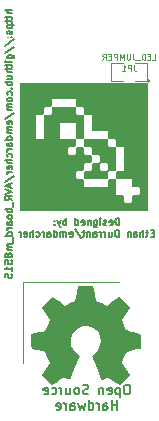
<source format=gbo>
G04 (created by PCBNEW (2013-mar-13)-testing) date Wed 17 Sep 2014 03:38:06 PM PDT*
%MOIN*%
G04 Gerber Fmt 3.4, Leading zero omitted, Abs format*
%FSLAX34Y34*%
G01*
G70*
G90*
G04 APERTURE LIST*
%ADD10C,0.005906*%
%ADD11C,0.007874*%
%ADD12C,0.003900*%
%ADD13C,0.000100*%
%ADD14C,0.004300*%
G04 APERTURE END LIST*
G54D10*
G54D11*
X58972Y-43427D02*
X58912Y-43427D01*
X58882Y-43442D01*
X58852Y-43472D01*
X58837Y-43532D01*
X58837Y-43637D01*
X58852Y-43697D01*
X58882Y-43727D01*
X58912Y-43742D01*
X58972Y-43742D01*
X59002Y-43727D01*
X59032Y-43697D01*
X59047Y-43637D01*
X59047Y-43532D01*
X59032Y-43472D01*
X59002Y-43442D01*
X58972Y-43427D01*
X58702Y-43532D02*
X58702Y-43847D01*
X58702Y-43547D02*
X58672Y-43532D01*
X58612Y-43532D01*
X58582Y-43547D01*
X58567Y-43562D01*
X58552Y-43592D01*
X58552Y-43682D01*
X58567Y-43712D01*
X58582Y-43727D01*
X58612Y-43742D01*
X58672Y-43742D01*
X58702Y-43727D01*
X58297Y-43727D02*
X58327Y-43742D01*
X58387Y-43742D01*
X58417Y-43727D01*
X58432Y-43697D01*
X58432Y-43577D01*
X58417Y-43547D01*
X58387Y-43532D01*
X58327Y-43532D01*
X58297Y-43547D01*
X58282Y-43577D01*
X58282Y-43607D01*
X58432Y-43637D01*
X58147Y-43532D02*
X58147Y-43742D01*
X58147Y-43562D02*
X58132Y-43547D01*
X58102Y-43532D01*
X58057Y-43532D01*
X58027Y-43547D01*
X58012Y-43577D01*
X58012Y-43742D01*
X57637Y-43727D02*
X57592Y-43742D01*
X57517Y-43742D01*
X57487Y-43727D01*
X57472Y-43712D01*
X57457Y-43682D01*
X57457Y-43652D01*
X57472Y-43622D01*
X57487Y-43607D01*
X57517Y-43592D01*
X57577Y-43577D01*
X57607Y-43562D01*
X57622Y-43547D01*
X57637Y-43517D01*
X57637Y-43487D01*
X57622Y-43457D01*
X57607Y-43442D01*
X57577Y-43427D01*
X57502Y-43427D01*
X57457Y-43442D01*
X57277Y-43742D02*
X57307Y-43727D01*
X57322Y-43712D01*
X57337Y-43682D01*
X57337Y-43592D01*
X57322Y-43562D01*
X57307Y-43547D01*
X57277Y-43532D01*
X57232Y-43532D01*
X57202Y-43547D01*
X57187Y-43562D01*
X57172Y-43592D01*
X57172Y-43682D01*
X57187Y-43712D01*
X57202Y-43727D01*
X57232Y-43742D01*
X57277Y-43742D01*
X56902Y-43532D02*
X56902Y-43742D01*
X57037Y-43532D02*
X57037Y-43697D01*
X57022Y-43727D01*
X56992Y-43742D01*
X56947Y-43742D01*
X56917Y-43727D01*
X56902Y-43712D01*
X56752Y-43742D02*
X56752Y-43532D01*
X56752Y-43592D02*
X56737Y-43562D01*
X56722Y-43547D01*
X56692Y-43532D01*
X56662Y-43532D01*
X56422Y-43727D02*
X56452Y-43742D01*
X56512Y-43742D01*
X56542Y-43727D01*
X56557Y-43712D01*
X56572Y-43682D01*
X56572Y-43592D01*
X56557Y-43562D01*
X56542Y-43547D01*
X56512Y-43532D01*
X56452Y-43532D01*
X56422Y-43547D01*
X56167Y-43727D02*
X56197Y-43742D01*
X56257Y-43742D01*
X56287Y-43727D01*
X56302Y-43697D01*
X56302Y-43577D01*
X56287Y-43547D01*
X56257Y-43532D01*
X56197Y-43532D01*
X56167Y-43547D01*
X56152Y-43577D01*
X56152Y-43607D01*
X56302Y-43637D01*
X58612Y-44262D02*
X58612Y-43947D01*
X58612Y-44097D02*
X58432Y-44097D01*
X58432Y-44262D02*
X58432Y-43947D01*
X58147Y-44262D02*
X58147Y-44097D01*
X58162Y-44067D01*
X58192Y-44052D01*
X58252Y-44052D01*
X58282Y-44067D01*
X58147Y-44247D02*
X58177Y-44262D01*
X58252Y-44262D01*
X58282Y-44247D01*
X58297Y-44217D01*
X58297Y-44187D01*
X58282Y-44157D01*
X58252Y-44142D01*
X58177Y-44142D01*
X58147Y-44127D01*
X57997Y-44262D02*
X57997Y-44052D01*
X57997Y-44112D02*
X57982Y-44082D01*
X57967Y-44067D01*
X57937Y-44052D01*
X57907Y-44052D01*
X57667Y-44262D02*
X57667Y-43947D01*
X57667Y-44247D02*
X57697Y-44262D01*
X57757Y-44262D01*
X57787Y-44247D01*
X57802Y-44232D01*
X57817Y-44202D01*
X57817Y-44112D01*
X57802Y-44082D01*
X57787Y-44067D01*
X57757Y-44052D01*
X57697Y-44052D01*
X57667Y-44067D01*
X57547Y-44052D02*
X57487Y-44262D01*
X57427Y-44112D01*
X57367Y-44262D01*
X57307Y-44052D01*
X57052Y-44262D02*
X57052Y-44097D01*
X57067Y-44067D01*
X57097Y-44052D01*
X57157Y-44052D01*
X57187Y-44067D01*
X57052Y-44247D02*
X57082Y-44262D01*
X57157Y-44262D01*
X57187Y-44247D01*
X57202Y-44217D01*
X57202Y-44187D01*
X57187Y-44157D01*
X57157Y-44142D01*
X57082Y-44142D01*
X57052Y-44127D01*
X56902Y-44262D02*
X56902Y-44052D01*
X56902Y-44112D02*
X56887Y-44082D01*
X56872Y-44067D01*
X56842Y-44052D01*
X56812Y-44052D01*
X56587Y-44247D02*
X56617Y-44262D01*
X56677Y-44262D01*
X56707Y-44247D01*
X56722Y-44217D01*
X56722Y-44097D01*
X56707Y-44067D01*
X56677Y-44052D01*
X56617Y-44052D01*
X56587Y-44067D01*
X56572Y-44097D01*
X56572Y-44127D01*
X56722Y-44157D01*
G54D10*
X55106Y-30951D02*
X54870Y-30951D01*
X55106Y-31052D02*
X54983Y-31052D01*
X54960Y-31041D01*
X54949Y-31018D01*
X54949Y-30984D01*
X54960Y-30962D01*
X54971Y-30951D01*
X54949Y-31131D02*
X54949Y-31221D01*
X54870Y-31164D02*
X55073Y-31164D01*
X55095Y-31176D01*
X55106Y-31198D01*
X55106Y-31221D01*
X54949Y-31266D02*
X54949Y-31356D01*
X54870Y-31299D02*
X55073Y-31299D01*
X55095Y-31311D01*
X55106Y-31333D01*
X55106Y-31356D01*
X54949Y-31434D02*
X55185Y-31434D01*
X54960Y-31434D02*
X54949Y-31457D01*
X54949Y-31502D01*
X54960Y-31524D01*
X54971Y-31536D01*
X54994Y-31547D01*
X55061Y-31547D01*
X55084Y-31536D01*
X55095Y-31524D01*
X55106Y-31502D01*
X55106Y-31457D01*
X55095Y-31434D01*
X55095Y-31637D02*
X55106Y-31659D01*
X55106Y-31704D01*
X55095Y-31727D01*
X55073Y-31738D01*
X55061Y-31738D01*
X55039Y-31727D01*
X55028Y-31704D01*
X55028Y-31671D01*
X55016Y-31648D01*
X54994Y-31637D01*
X54983Y-31637D01*
X54960Y-31648D01*
X54949Y-31671D01*
X54949Y-31704D01*
X54960Y-31727D01*
X55084Y-31839D02*
X55095Y-31851D01*
X55106Y-31839D01*
X55095Y-31828D01*
X55084Y-31839D01*
X55106Y-31839D01*
X54960Y-31839D02*
X54971Y-31851D01*
X54983Y-31839D01*
X54971Y-31828D01*
X54960Y-31839D01*
X54983Y-31839D01*
X54859Y-32121D02*
X55163Y-31918D01*
X54859Y-32368D02*
X55163Y-32166D01*
X54949Y-32548D02*
X55140Y-32548D01*
X55163Y-32537D01*
X55174Y-32525D01*
X55185Y-32503D01*
X55185Y-32469D01*
X55174Y-32447D01*
X55095Y-32548D02*
X55106Y-32525D01*
X55106Y-32480D01*
X55095Y-32458D01*
X55084Y-32447D01*
X55061Y-32435D01*
X54994Y-32435D01*
X54971Y-32447D01*
X54960Y-32458D01*
X54949Y-32480D01*
X54949Y-32525D01*
X54960Y-32548D01*
X55106Y-32660D02*
X54949Y-32660D01*
X54870Y-32660D02*
X54881Y-32649D01*
X54893Y-32660D01*
X54881Y-32672D01*
X54870Y-32660D01*
X54893Y-32660D01*
X54949Y-32739D02*
X54949Y-32829D01*
X54870Y-32773D02*
X55073Y-32773D01*
X55095Y-32784D01*
X55106Y-32807D01*
X55106Y-32829D01*
X55106Y-32908D02*
X54870Y-32908D01*
X55106Y-33009D02*
X54983Y-33009D01*
X54960Y-32998D01*
X54949Y-32975D01*
X54949Y-32942D01*
X54960Y-32919D01*
X54971Y-32908D01*
X54949Y-33223D02*
X55106Y-33223D01*
X54949Y-33122D02*
X55073Y-33122D01*
X55095Y-33133D01*
X55106Y-33155D01*
X55106Y-33189D01*
X55095Y-33212D01*
X55084Y-33223D01*
X55106Y-33335D02*
X54870Y-33335D01*
X54960Y-33335D02*
X54949Y-33358D01*
X54949Y-33403D01*
X54960Y-33425D01*
X54971Y-33437D01*
X54994Y-33448D01*
X55061Y-33448D01*
X55084Y-33437D01*
X55095Y-33425D01*
X55106Y-33403D01*
X55106Y-33358D01*
X55095Y-33335D01*
X55084Y-33549D02*
X55095Y-33560D01*
X55106Y-33549D01*
X55095Y-33538D01*
X55084Y-33549D01*
X55106Y-33549D01*
X55095Y-33763D02*
X55106Y-33740D01*
X55106Y-33695D01*
X55095Y-33673D01*
X55084Y-33662D01*
X55061Y-33650D01*
X54994Y-33650D01*
X54971Y-33662D01*
X54960Y-33673D01*
X54949Y-33695D01*
X54949Y-33740D01*
X54960Y-33763D01*
X55106Y-33898D02*
X55095Y-33875D01*
X55084Y-33864D01*
X55061Y-33853D01*
X54994Y-33853D01*
X54971Y-33864D01*
X54960Y-33875D01*
X54949Y-33898D01*
X54949Y-33932D01*
X54960Y-33954D01*
X54971Y-33965D01*
X54994Y-33977D01*
X55061Y-33977D01*
X55084Y-33965D01*
X55095Y-33954D01*
X55106Y-33932D01*
X55106Y-33898D01*
X55106Y-34078D02*
X54949Y-34078D01*
X54971Y-34078D02*
X54960Y-34089D01*
X54949Y-34112D01*
X54949Y-34145D01*
X54960Y-34168D01*
X54983Y-34179D01*
X55106Y-34179D01*
X54983Y-34179D02*
X54960Y-34190D01*
X54949Y-34213D01*
X54949Y-34247D01*
X54960Y-34269D01*
X54983Y-34280D01*
X55106Y-34280D01*
X54859Y-34561D02*
X55163Y-34359D01*
X55095Y-34730D02*
X55106Y-34708D01*
X55106Y-34663D01*
X55095Y-34640D01*
X55073Y-34629D01*
X54983Y-34629D01*
X54960Y-34640D01*
X54949Y-34663D01*
X54949Y-34708D01*
X54960Y-34730D01*
X54983Y-34741D01*
X55005Y-34741D01*
X55028Y-34629D01*
X55106Y-34843D02*
X54949Y-34843D01*
X54971Y-34843D02*
X54960Y-34854D01*
X54949Y-34876D01*
X54949Y-34910D01*
X54960Y-34933D01*
X54983Y-34944D01*
X55106Y-34944D01*
X54983Y-34944D02*
X54960Y-34955D01*
X54949Y-34978D01*
X54949Y-35011D01*
X54960Y-35034D01*
X54983Y-35045D01*
X55106Y-35045D01*
X55106Y-35259D02*
X54870Y-35259D01*
X55095Y-35259D02*
X55106Y-35236D01*
X55106Y-35191D01*
X55095Y-35169D01*
X55084Y-35158D01*
X55061Y-35146D01*
X54994Y-35146D01*
X54971Y-35158D01*
X54960Y-35169D01*
X54949Y-35191D01*
X54949Y-35236D01*
X54960Y-35259D01*
X55106Y-35473D02*
X54983Y-35473D01*
X54960Y-35461D01*
X54949Y-35439D01*
X54949Y-35394D01*
X54960Y-35371D01*
X55095Y-35473D02*
X55106Y-35450D01*
X55106Y-35394D01*
X55095Y-35371D01*
X55073Y-35360D01*
X55050Y-35360D01*
X55028Y-35371D01*
X55016Y-35394D01*
X55016Y-35450D01*
X55005Y-35473D01*
X55106Y-35585D02*
X54949Y-35585D01*
X54994Y-35585D02*
X54971Y-35596D01*
X54960Y-35608D01*
X54949Y-35630D01*
X54949Y-35653D01*
X55095Y-35833D02*
X55106Y-35810D01*
X55106Y-35765D01*
X55095Y-35743D01*
X55084Y-35731D01*
X55061Y-35720D01*
X54994Y-35720D01*
X54971Y-35731D01*
X54960Y-35743D01*
X54949Y-35765D01*
X54949Y-35810D01*
X54960Y-35833D01*
X55106Y-35934D02*
X54870Y-35934D01*
X55106Y-36035D02*
X54983Y-36035D01*
X54960Y-36024D01*
X54949Y-36001D01*
X54949Y-35968D01*
X54960Y-35945D01*
X54971Y-35934D01*
X55095Y-36238D02*
X55106Y-36215D01*
X55106Y-36170D01*
X55095Y-36148D01*
X55073Y-36136D01*
X54983Y-36136D01*
X54960Y-36148D01*
X54949Y-36170D01*
X54949Y-36215D01*
X54960Y-36238D01*
X54983Y-36249D01*
X55005Y-36249D01*
X55028Y-36136D01*
X55106Y-36350D02*
X54949Y-36350D01*
X54994Y-36350D02*
X54971Y-36361D01*
X54960Y-36373D01*
X54949Y-36395D01*
X54949Y-36417D01*
X54859Y-36665D02*
X55163Y-36462D01*
X55039Y-36732D02*
X55039Y-36845D01*
X55106Y-36710D02*
X54870Y-36789D01*
X55106Y-36867D01*
X54870Y-36912D02*
X55106Y-36991D01*
X54870Y-37070D01*
X55106Y-37284D02*
X54994Y-37205D01*
X55106Y-37149D02*
X54870Y-37149D01*
X54870Y-37239D01*
X54881Y-37261D01*
X54893Y-37272D01*
X54915Y-37284D01*
X54949Y-37284D01*
X54971Y-37272D01*
X54983Y-37261D01*
X54994Y-37239D01*
X54994Y-37149D01*
X55129Y-37329D02*
X55129Y-37509D01*
X55106Y-37565D02*
X54870Y-37565D01*
X54960Y-37565D02*
X54949Y-37587D01*
X54949Y-37632D01*
X54960Y-37655D01*
X54971Y-37666D01*
X54994Y-37677D01*
X55061Y-37677D01*
X55084Y-37666D01*
X55095Y-37655D01*
X55106Y-37632D01*
X55106Y-37587D01*
X55095Y-37565D01*
X55106Y-37812D02*
X55095Y-37790D01*
X55084Y-37779D01*
X55061Y-37767D01*
X54994Y-37767D01*
X54971Y-37779D01*
X54960Y-37790D01*
X54949Y-37812D01*
X54949Y-37846D01*
X54960Y-37869D01*
X54971Y-37880D01*
X54994Y-37891D01*
X55061Y-37891D01*
X55084Y-37880D01*
X55095Y-37869D01*
X55106Y-37846D01*
X55106Y-37812D01*
X55106Y-38094D02*
X54983Y-38094D01*
X54960Y-38082D01*
X54949Y-38060D01*
X54949Y-38015D01*
X54960Y-37992D01*
X55095Y-38094D02*
X55106Y-38071D01*
X55106Y-38015D01*
X55095Y-37992D01*
X55073Y-37981D01*
X55050Y-37981D01*
X55028Y-37992D01*
X55016Y-38015D01*
X55016Y-38071D01*
X55005Y-38094D01*
X55106Y-38206D02*
X54949Y-38206D01*
X54994Y-38206D02*
X54971Y-38217D01*
X54960Y-38229D01*
X54949Y-38251D01*
X54949Y-38274D01*
X55106Y-38453D02*
X54870Y-38453D01*
X55095Y-38453D02*
X55106Y-38431D01*
X55106Y-38386D01*
X55095Y-38364D01*
X55084Y-38352D01*
X55061Y-38341D01*
X54994Y-38341D01*
X54971Y-38352D01*
X54960Y-38364D01*
X54949Y-38386D01*
X54949Y-38431D01*
X54960Y-38453D01*
X55129Y-38510D02*
X55129Y-38690D01*
X55106Y-38746D02*
X54949Y-38746D01*
X54971Y-38746D02*
X54960Y-38757D01*
X54949Y-38780D01*
X54949Y-38813D01*
X54960Y-38836D01*
X54983Y-38847D01*
X55106Y-38847D01*
X54983Y-38847D02*
X54960Y-38858D01*
X54949Y-38881D01*
X54949Y-38915D01*
X54960Y-38937D01*
X54983Y-38948D01*
X55106Y-38948D01*
X54971Y-39095D02*
X54960Y-39072D01*
X54949Y-39061D01*
X54926Y-39050D01*
X54915Y-39050D01*
X54893Y-39061D01*
X54881Y-39072D01*
X54870Y-39095D01*
X54870Y-39140D01*
X54881Y-39162D01*
X54893Y-39173D01*
X54915Y-39185D01*
X54926Y-39185D01*
X54949Y-39173D01*
X54960Y-39162D01*
X54971Y-39140D01*
X54971Y-39095D01*
X54983Y-39072D01*
X54994Y-39061D01*
X55016Y-39050D01*
X55061Y-39050D01*
X55084Y-39061D01*
X55095Y-39072D01*
X55106Y-39095D01*
X55106Y-39140D01*
X55095Y-39162D01*
X55084Y-39173D01*
X55061Y-39185D01*
X55016Y-39185D01*
X54994Y-39173D01*
X54983Y-39162D01*
X54971Y-39140D01*
X54870Y-39398D02*
X54870Y-39286D01*
X54983Y-39275D01*
X54971Y-39286D01*
X54960Y-39308D01*
X54960Y-39365D01*
X54971Y-39387D01*
X54983Y-39398D01*
X55005Y-39410D01*
X55061Y-39410D01*
X55084Y-39398D01*
X55095Y-39387D01*
X55106Y-39365D01*
X55106Y-39308D01*
X55095Y-39286D01*
X55084Y-39275D01*
X55106Y-39635D02*
X55106Y-39500D01*
X55106Y-39567D02*
X54870Y-39567D01*
X54904Y-39545D01*
X54926Y-39522D01*
X54938Y-39500D01*
X54870Y-39848D02*
X54870Y-39736D01*
X54983Y-39725D01*
X54971Y-39736D01*
X54960Y-39758D01*
X54960Y-39815D01*
X54971Y-39837D01*
X54983Y-39848D01*
X55005Y-39860D01*
X55061Y-39860D01*
X55084Y-39848D01*
X55095Y-39837D01*
X55106Y-39815D01*
X55106Y-39758D01*
X55095Y-39736D01*
X55084Y-39725D01*
X58679Y-38106D02*
X58679Y-37870D01*
X58623Y-37870D01*
X58589Y-37881D01*
X58567Y-37904D01*
X58556Y-37926D01*
X58544Y-37971D01*
X58544Y-38005D01*
X58556Y-38050D01*
X58567Y-38073D01*
X58589Y-38095D01*
X58623Y-38106D01*
X58679Y-38106D01*
X58353Y-38095D02*
X58376Y-38106D01*
X58421Y-38106D01*
X58443Y-38095D01*
X58454Y-38073D01*
X58454Y-37983D01*
X58443Y-37960D01*
X58421Y-37949D01*
X58376Y-37949D01*
X58353Y-37960D01*
X58342Y-37983D01*
X58342Y-38005D01*
X58454Y-38028D01*
X58252Y-38095D02*
X58229Y-38106D01*
X58184Y-38106D01*
X58162Y-38095D01*
X58151Y-38073D01*
X58151Y-38061D01*
X58162Y-38039D01*
X58184Y-38028D01*
X58218Y-38028D01*
X58241Y-38016D01*
X58252Y-37994D01*
X58252Y-37983D01*
X58241Y-37960D01*
X58218Y-37949D01*
X58184Y-37949D01*
X58162Y-37960D01*
X58049Y-38106D02*
X58049Y-37949D01*
X58049Y-37870D02*
X58061Y-37881D01*
X58049Y-37893D01*
X58038Y-37881D01*
X58049Y-37870D01*
X58049Y-37893D01*
X57836Y-37949D02*
X57836Y-38140D01*
X57847Y-38163D01*
X57858Y-38174D01*
X57881Y-38185D01*
X57914Y-38185D01*
X57937Y-38174D01*
X57836Y-38095D02*
X57858Y-38106D01*
X57903Y-38106D01*
X57926Y-38095D01*
X57937Y-38084D01*
X57948Y-38061D01*
X57948Y-37994D01*
X57937Y-37971D01*
X57926Y-37960D01*
X57903Y-37949D01*
X57858Y-37949D01*
X57836Y-37960D01*
X57723Y-37949D02*
X57723Y-38106D01*
X57723Y-37971D02*
X57712Y-37960D01*
X57689Y-37949D01*
X57656Y-37949D01*
X57633Y-37960D01*
X57622Y-37983D01*
X57622Y-38106D01*
X57420Y-38095D02*
X57442Y-38106D01*
X57487Y-38106D01*
X57510Y-38095D01*
X57521Y-38073D01*
X57521Y-37983D01*
X57510Y-37960D01*
X57487Y-37949D01*
X57442Y-37949D01*
X57420Y-37960D01*
X57408Y-37983D01*
X57408Y-38005D01*
X57521Y-38028D01*
X57206Y-38106D02*
X57206Y-37870D01*
X57206Y-38095D02*
X57228Y-38106D01*
X57273Y-38106D01*
X57296Y-38095D01*
X57307Y-38084D01*
X57318Y-38061D01*
X57318Y-37994D01*
X57307Y-37971D01*
X57296Y-37960D01*
X57273Y-37949D01*
X57228Y-37949D01*
X57206Y-37960D01*
X56913Y-38106D02*
X56913Y-37870D01*
X56913Y-37960D02*
X56891Y-37949D01*
X56846Y-37949D01*
X56823Y-37960D01*
X56812Y-37971D01*
X56801Y-37994D01*
X56801Y-38061D01*
X56812Y-38084D01*
X56823Y-38095D01*
X56846Y-38106D01*
X56891Y-38106D01*
X56913Y-38095D01*
X56722Y-37949D02*
X56666Y-38106D01*
X56610Y-37949D02*
X56666Y-38106D01*
X56688Y-38163D01*
X56700Y-38174D01*
X56722Y-38185D01*
X56520Y-38084D02*
X56508Y-38095D01*
X56520Y-38106D01*
X56531Y-38095D01*
X56520Y-38084D01*
X56520Y-38106D01*
X56520Y-37960D02*
X56508Y-37971D01*
X56520Y-37983D01*
X56531Y-37971D01*
X56520Y-37960D01*
X56520Y-37983D01*
X59832Y-38372D02*
X59754Y-38372D01*
X59720Y-38496D02*
X59832Y-38496D01*
X59832Y-38260D01*
X59720Y-38260D01*
X59652Y-38339D02*
X59562Y-38339D01*
X59619Y-38260D02*
X59619Y-38462D01*
X59607Y-38485D01*
X59585Y-38496D01*
X59562Y-38496D01*
X59484Y-38496D02*
X59484Y-38260D01*
X59382Y-38496D02*
X59382Y-38372D01*
X59394Y-38350D01*
X59416Y-38339D01*
X59450Y-38339D01*
X59472Y-38350D01*
X59484Y-38361D01*
X59169Y-38496D02*
X59169Y-38372D01*
X59180Y-38350D01*
X59202Y-38339D01*
X59247Y-38339D01*
X59270Y-38350D01*
X59169Y-38485D02*
X59191Y-38496D01*
X59247Y-38496D01*
X59270Y-38485D01*
X59281Y-38462D01*
X59281Y-38440D01*
X59270Y-38417D01*
X59247Y-38406D01*
X59191Y-38406D01*
X59169Y-38395D01*
X59056Y-38339D02*
X59056Y-38496D01*
X59056Y-38361D02*
X59045Y-38350D01*
X59022Y-38339D01*
X58989Y-38339D01*
X58966Y-38350D01*
X58955Y-38372D01*
X58955Y-38496D01*
X58662Y-38496D02*
X58662Y-38260D01*
X58606Y-38260D01*
X58573Y-38271D01*
X58550Y-38294D01*
X58539Y-38316D01*
X58528Y-38361D01*
X58528Y-38395D01*
X58539Y-38440D01*
X58550Y-38462D01*
X58573Y-38485D01*
X58606Y-38496D01*
X58662Y-38496D01*
X58325Y-38339D02*
X58325Y-38496D01*
X58426Y-38339D02*
X58426Y-38462D01*
X58415Y-38485D01*
X58393Y-38496D01*
X58359Y-38496D01*
X58336Y-38485D01*
X58325Y-38474D01*
X58213Y-38496D02*
X58213Y-38339D01*
X58213Y-38384D02*
X58201Y-38361D01*
X58190Y-38350D01*
X58168Y-38339D01*
X58145Y-38339D01*
X58066Y-38496D02*
X58066Y-38339D01*
X58066Y-38384D02*
X58055Y-38361D01*
X58044Y-38350D01*
X58021Y-38339D01*
X57999Y-38339D01*
X57819Y-38496D02*
X57819Y-38372D01*
X57830Y-38350D01*
X57853Y-38339D01*
X57898Y-38339D01*
X57920Y-38350D01*
X57819Y-38485D02*
X57841Y-38496D01*
X57898Y-38496D01*
X57920Y-38485D01*
X57931Y-38462D01*
X57931Y-38440D01*
X57920Y-38417D01*
X57898Y-38406D01*
X57841Y-38406D01*
X57819Y-38395D01*
X57706Y-38339D02*
X57706Y-38496D01*
X57706Y-38361D02*
X57695Y-38350D01*
X57673Y-38339D01*
X57639Y-38339D01*
X57616Y-38350D01*
X57605Y-38372D01*
X57605Y-38496D01*
X57526Y-38339D02*
X57436Y-38339D01*
X57493Y-38260D02*
X57493Y-38462D01*
X57481Y-38485D01*
X57459Y-38496D01*
X57436Y-38496D01*
X57189Y-38249D02*
X57391Y-38552D01*
X57020Y-38485D02*
X57043Y-38496D01*
X57088Y-38496D01*
X57110Y-38485D01*
X57121Y-38462D01*
X57121Y-38372D01*
X57110Y-38350D01*
X57088Y-38339D01*
X57043Y-38339D01*
X57020Y-38350D01*
X57009Y-38372D01*
X57009Y-38395D01*
X57121Y-38417D01*
X56908Y-38496D02*
X56908Y-38339D01*
X56908Y-38361D02*
X56896Y-38350D01*
X56874Y-38339D01*
X56840Y-38339D01*
X56818Y-38350D01*
X56806Y-38372D01*
X56806Y-38496D01*
X56806Y-38372D02*
X56795Y-38350D01*
X56773Y-38339D01*
X56739Y-38339D01*
X56716Y-38350D01*
X56705Y-38372D01*
X56705Y-38496D01*
X56492Y-38496D02*
X56492Y-38260D01*
X56492Y-38485D02*
X56514Y-38496D01*
X56559Y-38496D01*
X56582Y-38485D01*
X56593Y-38474D01*
X56604Y-38451D01*
X56604Y-38384D01*
X56593Y-38361D01*
X56582Y-38350D01*
X56559Y-38339D01*
X56514Y-38339D01*
X56492Y-38350D01*
X56278Y-38496D02*
X56278Y-38372D01*
X56289Y-38350D01*
X56312Y-38339D01*
X56357Y-38339D01*
X56379Y-38350D01*
X56278Y-38485D02*
X56300Y-38496D01*
X56357Y-38496D01*
X56379Y-38485D01*
X56390Y-38462D01*
X56390Y-38440D01*
X56379Y-38417D01*
X56357Y-38406D01*
X56300Y-38406D01*
X56278Y-38395D01*
X56165Y-38496D02*
X56165Y-38339D01*
X56165Y-38384D02*
X56154Y-38361D01*
X56143Y-38350D01*
X56120Y-38339D01*
X56098Y-38339D01*
X55918Y-38485D02*
X55940Y-38496D01*
X55985Y-38496D01*
X56008Y-38485D01*
X56019Y-38474D01*
X56030Y-38451D01*
X56030Y-38384D01*
X56019Y-38361D01*
X56008Y-38350D01*
X55985Y-38339D01*
X55940Y-38339D01*
X55918Y-38350D01*
X55817Y-38496D02*
X55817Y-38260D01*
X55715Y-38496D02*
X55715Y-38372D01*
X55727Y-38350D01*
X55749Y-38339D01*
X55783Y-38339D01*
X55805Y-38350D01*
X55817Y-38361D01*
X55513Y-38485D02*
X55535Y-38496D01*
X55580Y-38496D01*
X55603Y-38485D01*
X55614Y-38462D01*
X55614Y-38372D01*
X55603Y-38350D01*
X55580Y-38339D01*
X55535Y-38339D01*
X55513Y-38350D01*
X55502Y-38372D01*
X55502Y-38395D01*
X55614Y-38417D01*
X55400Y-38496D02*
X55400Y-38339D01*
X55400Y-38384D02*
X55389Y-38361D01*
X55378Y-38350D01*
X55355Y-38339D01*
X55333Y-38339D01*
G54D12*
X59700Y-33300D02*
G75*
G03X59700Y-33300I-50J0D01*
G74*
G01*
X59200Y-33300D02*
X59600Y-33300D01*
X59600Y-33300D02*
X59600Y-32700D01*
X59600Y-32700D02*
X59200Y-32700D01*
X58800Y-32700D02*
X58400Y-32700D01*
X58400Y-32700D02*
X58400Y-33300D01*
X58400Y-33300D02*
X58800Y-33300D01*
G54D13*
G36*
X59633Y-37633D02*
X59367Y-37633D01*
X59367Y-36967D01*
X59363Y-36881D01*
X59341Y-36843D01*
X59280Y-36833D01*
X59233Y-36833D01*
X59148Y-36830D01*
X59110Y-36808D01*
X59100Y-36747D01*
X59100Y-36700D01*
X59100Y-36567D01*
X58833Y-36567D01*
X58567Y-36567D01*
X58567Y-36433D01*
X58570Y-36348D01*
X58592Y-36310D01*
X58653Y-36300D01*
X58700Y-36300D01*
X58833Y-36300D01*
X58833Y-35900D01*
X58833Y-35500D01*
X58700Y-35500D01*
X58614Y-35497D01*
X58577Y-35474D01*
X58567Y-35413D01*
X58567Y-35367D01*
X58563Y-35281D01*
X58541Y-35243D01*
X58480Y-35233D01*
X58433Y-35233D01*
X58348Y-35230D01*
X58310Y-35208D01*
X58300Y-35147D01*
X58300Y-35100D01*
X58300Y-34967D01*
X58033Y-34967D01*
X57767Y-34967D01*
X57767Y-34700D01*
X57767Y-34433D01*
X57633Y-34433D01*
X57548Y-34430D01*
X57510Y-34408D01*
X57500Y-34347D01*
X57500Y-34300D01*
X57497Y-34214D01*
X57474Y-34177D01*
X57413Y-34167D01*
X57367Y-34167D01*
X57281Y-34163D01*
X57243Y-34141D01*
X57233Y-34080D01*
X57233Y-34033D01*
X57233Y-33900D01*
X56833Y-33900D01*
X56433Y-33900D01*
X56433Y-34033D01*
X56430Y-34119D01*
X56408Y-34156D01*
X56347Y-34166D01*
X56300Y-34167D01*
X56214Y-34170D01*
X56177Y-34192D01*
X56167Y-34253D01*
X56167Y-34300D01*
X56163Y-34385D01*
X56141Y-34423D01*
X56080Y-34433D01*
X56033Y-34433D01*
X55900Y-34433D01*
X55900Y-34833D01*
X55900Y-35233D01*
X56033Y-35233D01*
X56167Y-35233D01*
X56167Y-34833D01*
X56167Y-34433D01*
X56300Y-34433D01*
X56385Y-34430D01*
X56423Y-34408D01*
X56433Y-34347D01*
X56433Y-34300D01*
X56433Y-34167D01*
X56833Y-34167D01*
X57233Y-34167D01*
X57233Y-34300D01*
X57236Y-34385D01*
X57259Y-34423D01*
X57320Y-34433D01*
X57367Y-34433D01*
X57500Y-34433D01*
X57500Y-34833D01*
X57500Y-35233D01*
X57367Y-35233D01*
X57233Y-35233D01*
X57233Y-34967D01*
X57233Y-34700D01*
X56967Y-34700D01*
X56700Y-34700D01*
X56700Y-34967D01*
X56700Y-35233D01*
X56967Y-35233D01*
X57233Y-35233D01*
X57233Y-35367D01*
X57230Y-35452D01*
X57208Y-35490D01*
X57147Y-35500D01*
X57100Y-35500D01*
X57014Y-35503D01*
X56977Y-35525D01*
X56967Y-35586D01*
X56967Y-35633D01*
X56970Y-35719D01*
X56992Y-35756D01*
X57053Y-35766D01*
X57100Y-35767D01*
X57185Y-35763D01*
X57223Y-35741D01*
X57233Y-35680D01*
X57233Y-35633D01*
X57236Y-35548D01*
X57259Y-35510D01*
X57320Y-35500D01*
X57367Y-35500D01*
X57452Y-35503D01*
X57490Y-35525D01*
X57500Y-35586D01*
X57500Y-35633D01*
X57503Y-35719D01*
X57525Y-35756D01*
X57586Y-35766D01*
X57633Y-35767D01*
X57719Y-35770D01*
X57756Y-35792D01*
X57766Y-35853D01*
X57767Y-35900D01*
X57763Y-35985D01*
X57741Y-36023D01*
X57680Y-36033D01*
X57633Y-36033D01*
X57548Y-36036D01*
X57510Y-36059D01*
X57500Y-36120D01*
X57500Y-36167D01*
X57497Y-36252D01*
X57474Y-36290D01*
X57413Y-36300D01*
X57367Y-36300D01*
X57281Y-36303D01*
X57243Y-36325D01*
X57233Y-36386D01*
X57233Y-36433D01*
X57236Y-36519D01*
X57259Y-36556D01*
X57320Y-36566D01*
X57367Y-36567D01*
X57452Y-36570D01*
X57490Y-36592D01*
X57500Y-36653D01*
X57500Y-36700D01*
X57500Y-36833D01*
X57900Y-36833D01*
X58300Y-36833D01*
X58300Y-36700D01*
X58303Y-36614D01*
X58325Y-36577D01*
X58386Y-36567D01*
X58433Y-36567D01*
X58567Y-36567D01*
X58567Y-36833D01*
X58567Y-37100D01*
X58700Y-37100D01*
X58785Y-37103D01*
X58823Y-37125D01*
X58833Y-37186D01*
X58833Y-37233D01*
X58836Y-37319D01*
X58859Y-37356D01*
X58920Y-37366D01*
X58967Y-37367D01*
X59052Y-37363D01*
X59090Y-37341D01*
X59100Y-37280D01*
X59100Y-37233D01*
X59103Y-37148D01*
X59125Y-37110D01*
X59186Y-37100D01*
X59233Y-37100D01*
X59319Y-37097D01*
X59356Y-37074D01*
X59366Y-37013D01*
X59367Y-36967D01*
X59367Y-37633D01*
X57500Y-37633D01*
X55367Y-37633D01*
X55367Y-35500D01*
X55367Y-33367D01*
X57500Y-33367D01*
X59633Y-33367D01*
X59633Y-35500D01*
X59633Y-37633D01*
X59633Y-37633D01*
X59633Y-37633D01*
G37*
G36*
X58567Y-36300D02*
X58433Y-36300D01*
X58348Y-36303D01*
X58310Y-36325D01*
X58300Y-36386D01*
X58300Y-36213D01*
X58300Y-36167D01*
X58297Y-36081D01*
X58274Y-36043D01*
X58213Y-36033D01*
X58167Y-36033D01*
X58081Y-36036D01*
X58043Y-36059D01*
X58033Y-36120D01*
X58033Y-36167D01*
X58036Y-36252D01*
X58059Y-36290D01*
X58120Y-36300D01*
X58167Y-36300D01*
X58252Y-36297D01*
X58290Y-36274D01*
X58300Y-36213D01*
X58300Y-36386D01*
X58300Y-36433D01*
X58300Y-36567D01*
X57900Y-36567D01*
X57500Y-36567D01*
X57500Y-36433D01*
X57503Y-36348D01*
X57525Y-36310D01*
X57586Y-36300D01*
X57633Y-36300D01*
X57719Y-36297D01*
X57756Y-36274D01*
X57766Y-36213D01*
X57767Y-36167D01*
X57770Y-36081D01*
X57792Y-36043D01*
X57853Y-36033D01*
X57900Y-36033D01*
X57985Y-36030D01*
X58023Y-36008D01*
X58033Y-35947D01*
X58033Y-35900D01*
X58030Y-35814D01*
X58008Y-35777D01*
X57947Y-35767D01*
X57900Y-35767D01*
X57814Y-35763D01*
X57777Y-35741D01*
X57767Y-35680D01*
X57767Y-35633D01*
X57763Y-35548D01*
X57741Y-35510D01*
X57680Y-35500D01*
X57633Y-35500D01*
X57548Y-35497D01*
X57510Y-35474D01*
X57500Y-35413D01*
X57500Y-35367D01*
X57500Y-35233D01*
X57900Y-35233D01*
X58300Y-35233D01*
X58300Y-35367D01*
X58303Y-35452D01*
X58325Y-35490D01*
X58386Y-35500D01*
X58433Y-35500D01*
X58567Y-35500D01*
X58567Y-35900D01*
X58567Y-36300D01*
X58567Y-36300D01*
X58567Y-36300D01*
G37*
G36*
X59750Y-40016D02*
X57625Y-40024D01*
X55500Y-40033D01*
X55491Y-41841D01*
X55483Y-43650D01*
X55475Y-41825D01*
X55467Y-40000D01*
X57608Y-40008D01*
X59750Y-40016D01*
X59750Y-40016D01*
X59750Y-40016D01*
G37*
G36*
X59400Y-42230D02*
X59275Y-42252D01*
X59122Y-42279D01*
X59021Y-42301D01*
X58957Y-42328D01*
X58916Y-42368D01*
X58884Y-42429D01*
X58850Y-42512D01*
X58770Y-42708D01*
X58909Y-42904D01*
X59047Y-43100D01*
X58883Y-43266D01*
X58798Y-43349D01*
X58730Y-43409D01*
X58693Y-43433D01*
X58692Y-43433D01*
X58653Y-43416D01*
X58575Y-43371D01*
X58483Y-43312D01*
X58382Y-43247D01*
X58315Y-43216D01*
X58262Y-43213D01*
X58204Y-43231D01*
X58199Y-43233D01*
X58128Y-43258D01*
X58090Y-43263D01*
X58088Y-43262D01*
X58073Y-43228D01*
X58037Y-43145D01*
X57987Y-43024D01*
X57927Y-42879D01*
X57922Y-42866D01*
X57764Y-42483D01*
X57851Y-42413D01*
X57978Y-42275D01*
X58051Y-42118D01*
X58071Y-41953D01*
X58038Y-41793D01*
X57954Y-41650D01*
X57819Y-41538D01*
X57800Y-41528D01*
X57634Y-41473D01*
X57470Y-41477D01*
X57320Y-41533D01*
X57195Y-41633D01*
X57107Y-41771D01*
X57068Y-41940D01*
X57067Y-41973D01*
X57078Y-42124D01*
X57122Y-42238D01*
X57210Y-42344D01*
X57253Y-42383D01*
X57367Y-42483D01*
X57214Y-42850D01*
X57152Y-42995D01*
X57097Y-43118D01*
X57056Y-43205D01*
X57035Y-43243D01*
X56990Y-43250D01*
X56922Y-43229D01*
X56869Y-43211D01*
X56816Y-43216D01*
X56746Y-43250D01*
X56651Y-43311D01*
X56553Y-43373D01*
X56477Y-43417D01*
X56441Y-43433D01*
X56406Y-43411D01*
X56339Y-43353D01*
X56254Y-43271D01*
X56250Y-43267D01*
X56087Y-43100D01*
X56224Y-42901D01*
X56362Y-42701D01*
X56277Y-42503D01*
X56228Y-42396D01*
X56188Y-42335D01*
X56139Y-42304D01*
X56065Y-42288D01*
X56037Y-42284D01*
X55895Y-42263D01*
X55806Y-42242D01*
X55757Y-42209D01*
X55737Y-42151D01*
X55733Y-42056D01*
X55733Y-41981D01*
X55733Y-41736D01*
X55858Y-41701D01*
X55964Y-41678D01*
X56058Y-41666D01*
X56067Y-41666D01*
X56143Y-41658D01*
X56198Y-41625D01*
X56246Y-41556D01*
X56299Y-41443D01*
X56373Y-41270D01*
X56231Y-41067D01*
X56088Y-40863D01*
X56265Y-40684D01*
X56443Y-40504D01*
X56658Y-40649D01*
X56873Y-40793D01*
X57045Y-40714D01*
X57217Y-40635D01*
X57264Y-40383D01*
X57312Y-40130D01*
X57562Y-40140D01*
X57813Y-40150D01*
X57865Y-40396D01*
X57917Y-40642D01*
X58090Y-40718D01*
X58263Y-40794D01*
X58473Y-40647D01*
X58683Y-40501D01*
X58862Y-40679D01*
X59041Y-40858D01*
X58901Y-41064D01*
X58762Y-41270D01*
X58837Y-41451D01*
X58882Y-41553D01*
X58927Y-41614D01*
X58991Y-41649D01*
X59093Y-41672D01*
X59150Y-41682D01*
X59275Y-41703D01*
X59349Y-41727D01*
X59386Y-41771D01*
X59399Y-41850D01*
X59400Y-41979D01*
X59400Y-41984D01*
X59400Y-42230D01*
X59400Y-42230D01*
X59400Y-42230D01*
G37*
G54D14*
X59164Y-32767D02*
X59164Y-32907D01*
X59173Y-32935D01*
X59192Y-32954D01*
X59220Y-32964D01*
X59239Y-32964D01*
X59070Y-32964D02*
X59070Y-32767D01*
X58995Y-32767D01*
X58976Y-32776D01*
X58967Y-32785D01*
X58957Y-32804D01*
X58957Y-32832D01*
X58967Y-32851D01*
X58976Y-32860D01*
X58995Y-32870D01*
X59070Y-32870D01*
X58770Y-32964D02*
X58882Y-32964D01*
X58826Y-32964D02*
X58826Y-32767D01*
X58845Y-32795D01*
X58863Y-32814D01*
X58882Y-32823D01*
X59778Y-32589D02*
X59872Y-32589D01*
X59872Y-32392D01*
X59712Y-32485D02*
X59647Y-32485D01*
X59619Y-32589D02*
X59712Y-32589D01*
X59712Y-32392D01*
X59619Y-32392D01*
X59534Y-32589D02*
X59534Y-32392D01*
X59487Y-32392D01*
X59459Y-32401D01*
X59440Y-32420D01*
X59431Y-32439D01*
X59422Y-32476D01*
X59422Y-32504D01*
X59431Y-32542D01*
X59440Y-32560D01*
X59459Y-32579D01*
X59487Y-32589D01*
X59534Y-32589D01*
X59384Y-32607D02*
X59234Y-32607D01*
X59131Y-32392D02*
X59131Y-32532D01*
X59140Y-32560D01*
X59159Y-32579D01*
X59187Y-32589D01*
X59206Y-32589D01*
X59037Y-32392D02*
X59037Y-32551D01*
X59028Y-32570D01*
X59018Y-32579D01*
X58999Y-32589D01*
X58962Y-32589D01*
X58943Y-32579D01*
X58934Y-32570D01*
X58924Y-32551D01*
X58924Y-32392D01*
X58831Y-32589D02*
X58831Y-32392D01*
X58765Y-32532D01*
X58699Y-32392D01*
X58699Y-32589D01*
X58605Y-32589D02*
X58605Y-32392D01*
X58530Y-32392D01*
X58512Y-32401D01*
X58502Y-32410D01*
X58493Y-32429D01*
X58493Y-32457D01*
X58502Y-32476D01*
X58512Y-32485D01*
X58530Y-32495D01*
X58605Y-32495D01*
X58408Y-32485D02*
X58343Y-32485D01*
X58315Y-32589D02*
X58408Y-32589D01*
X58408Y-32392D01*
X58315Y-32392D01*
X58118Y-32589D02*
X58183Y-32495D01*
X58230Y-32589D02*
X58230Y-32392D01*
X58155Y-32392D01*
X58136Y-32401D01*
X58127Y-32410D01*
X58118Y-32429D01*
X58118Y-32457D01*
X58127Y-32476D01*
X58136Y-32485D01*
X58155Y-32495D01*
X58230Y-32495D01*
M02*

</source>
